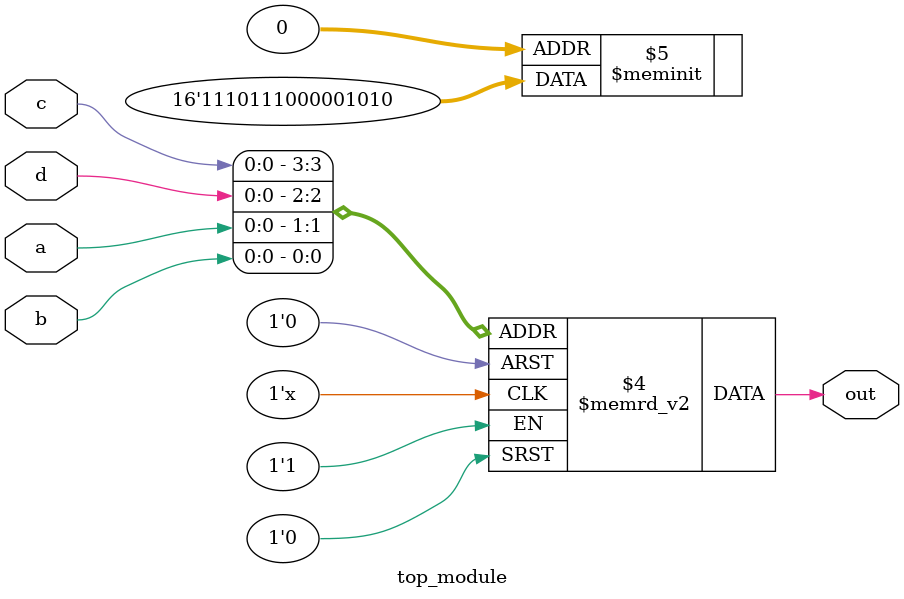
<source format=sv>
module top_module (
    input a, 
    input b,
    input c,
    input d,
    output reg out
);

always @(*) begin
    case ({c,d,a,b})
        4'b0010: out = 0; // cd=00, ab=00, d
        4'b0000: out = 0; // cd=00, ab=00
        4'b0001: out = 1; // cd=00, ab=01
        4'b0011: out = 1; // cd=00, ab=11

        4'b0100: out = 0; // cd=01, ab=00
        4'b0101: out = 0; // cd=01, ab=00
        4'b0110: out = 0; // cd=01, ab=00, d
        4'b0111: out = 0; // cd=01, ab=00, d

        4'b1100: out = 0; // cd=11, ab=00
        4'b1101: out = 1; // cd=11, ab=01
        4'b1110: out = 1; // cd=11, ab=10
        4'b1111: out = 1; // cd=11, ab=11

        4'b1000: out = 0; // cd=10, ab=00
        4'b1001: out = 1; // cd=10, ab=01
        4'b1010: out = 1; // cd=10, ab=10
        4'b1011: out = 1; // cd=10, ab=11

        default: out = 0; // d (don't-care condition)
    endcase
end

endmodule

</source>
